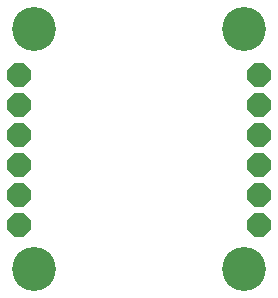
<source format=gbr>
G04 EAGLE Gerber RS-274X export*
G75*
%MOMM*%
%FSLAX34Y34*%
%LPD*%
%INSoldermask Bottom*%
%IPPOS*%
%AMOC8*
5,1,8,0,0,1.08239X$1,22.5*%
G01*
%ADD10P,2.144431X8X22.500000*%
%ADD11P,2.144431X8X202.500000*%
%ADD12C,3.719200*%


D10*
X-97790Y148590D03*
X-97790Y123190D03*
X-97790Y97790D03*
X-97790Y72390D03*
X-97790Y46990D03*
X-97790Y21590D03*
D11*
X105410Y21590D03*
X105410Y46990D03*
X105410Y72390D03*
X105410Y97790D03*
X105410Y123190D03*
X105410Y148590D03*
D12*
X-85090Y187960D03*
X92710Y187960D03*
X-85090Y-15240D03*
X92710Y-15240D03*
M02*

</source>
